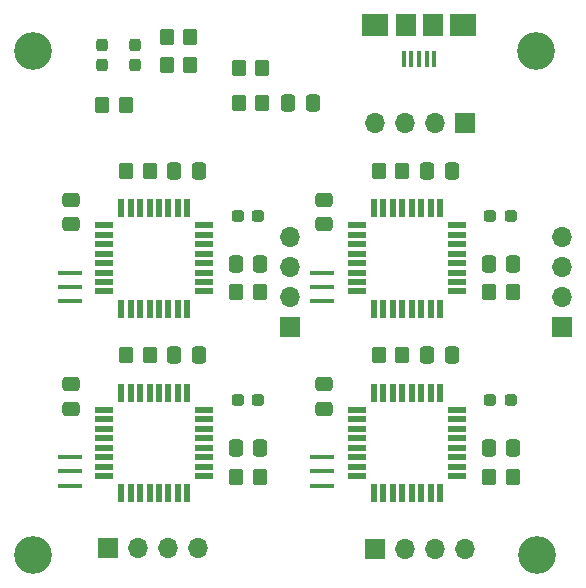
<source format=gbr>
%TF.GenerationSoftware,KiCad,Pcbnew,(6.0.4)*%
%TF.CreationDate,2022-03-26T16:13:01+01:00*%
%TF.ProjectId,Duino Coin,4475696e-6f20-4436-9f69-6e2e6b696361,rev?*%
%TF.SameCoordinates,Original*%
%TF.FileFunction,Soldermask,Top*%
%TF.FilePolarity,Negative*%
%FSLAX46Y46*%
G04 Gerber Fmt 4.6, Leading zero omitted, Abs format (unit mm)*
G04 Created by KiCad (PCBNEW (6.0.4)) date 2022-03-26 16:13:01*
%MOMM*%
%LPD*%
G01*
G04 APERTURE LIST*
G04 Aperture macros list*
%AMRoundRect*
0 Rectangle with rounded corners*
0 $1 Rounding radius*
0 $2 $3 $4 $5 $6 $7 $8 $9 X,Y pos of 4 corners*
0 Add a 4 corners polygon primitive as box body*
4,1,4,$2,$3,$4,$5,$6,$7,$8,$9,$2,$3,0*
0 Add four circle primitives for the rounded corners*
1,1,$1+$1,$2,$3*
1,1,$1+$1,$4,$5*
1,1,$1+$1,$6,$7*
1,1,$1+$1,$8,$9*
0 Add four rect primitives between the rounded corners*
20,1,$1+$1,$2,$3,$4,$5,0*
20,1,$1+$1,$4,$5,$6,$7,0*
20,1,$1+$1,$6,$7,$8,$9,0*
20,1,$1+$1,$8,$9,$2,$3,0*%
G04 Aperture macros list end*
%ADD10RoundRect,0.250000X0.337500X0.475000X-0.337500X0.475000X-0.337500X-0.475000X0.337500X-0.475000X0*%
%ADD11RoundRect,0.250000X0.475000X-0.337500X0.475000X0.337500X-0.475000X0.337500X-0.475000X-0.337500X0*%
%ADD12RoundRect,0.250000X-0.337500X-0.475000X0.337500X-0.475000X0.337500X0.475000X-0.337500X0.475000X0*%
%ADD13RoundRect,0.237500X0.287500X0.237500X-0.287500X0.237500X-0.287500X-0.237500X0.287500X-0.237500X0*%
%ADD14RoundRect,0.237500X0.237500X-0.287500X0.237500X0.287500X-0.237500X0.287500X-0.237500X-0.287500X0*%
%ADD15R,1.500000X0.600000*%
%ADD16R,0.600000X1.500000*%
%ADD17R,0.400000X1.400000*%
%ADD18R,2.300000X1.900000*%
%ADD19R,1.800000X1.900000*%
%ADD20RoundRect,0.250000X-0.350000X-0.450000X0.350000X-0.450000X0.350000X0.450000X-0.350000X0.450000X0*%
%ADD21RoundRect,0.250000X0.350000X0.450000X-0.350000X0.450000X-0.350000X-0.450000X0.350000X-0.450000X0*%
%ADD22R,2.000000X0.400000*%
%ADD23C,3.200000*%
%ADD24R,1.700000X1.700000*%
%ADD25O,1.700000X1.700000*%
G04 APERTURE END LIST*
D10*
%TO.C,C6*%
X167720000Y-119408000D03*
X165645000Y-119408000D03*
%TD*%
%TO.C,C7*%
X189119500Y-119408000D03*
X187044500Y-119408000D03*
%TD*%
%TO.C,C8*%
X167725000Y-103787000D03*
X165650000Y-103787000D03*
%TD*%
%TO.C,C9*%
X189119500Y-103787000D03*
X187044500Y-103787000D03*
%TD*%
D11*
%TO.C,C10*%
X156903500Y-123938000D03*
X156903500Y-121863000D03*
%TD*%
%TO.C,C11*%
X178303000Y-123938000D03*
X178303000Y-121863000D03*
%TD*%
%TO.C,C12*%
X156903500Y-108317000D03*
X156903500Y-106242000D03*
%TD*%
%TO.C,C13*%
X178303000Y-108317000D03*
X178303000Y-106242000D03*
%TD*%
D12*
%TO.C,C14*%
X170852000Y-127282000D03*
X172927000Y-127282000D03*
%TD*%
%TO.C,C15*%
X192251500Y-127282000D03*
X194326500Y-127282000D03*
%TD*%
%TO.C,C16*%
X170852000Y-111661000D03*
X172927000Y-111661000D03*
%TD*%
%TO.C,C17*%
X192251500Y-111661000D03*
X194326500Y-111661000D03*
%TD*%
D10*
%TO.C,C19*%
X177377000Y-98044000D03*
X175302000Y-98044000D03*
%TD*%
D13*
%TO.C,D9*%
X172764500Y-123218000D03*
X171014500Y-123218000D03*
%TD*%
%TO.C,D10*%
X194164000Y-123218000D03*
X192414000Y-123218000D03*
%TD*%
%TO.C,D11*%
X172764500Y-107597000D03*
X171014500Y-107597000D03*
%TD*%
%TO.C,D12*%
X194164000Y-107597000D03*
X192414000Y-107597000D03*
%TD*%
D14*
%TO.C,D13*%
X162306000Y-94855000D03*
X162306000Y-93105000D03*
%TD*%
%TO.C,D17*%
X159512000Y-94855000D03*
X159512000Y-93105000D03*
%TD*%
D15*
%TO.C,IC1*%
X159702000Y-124037500D03*
X159702000Y-124837500D03*
X159702000Y-125637500D03*
X159702000Y-126437500D03*
X159702000Y-127237500D03*
X159702000Y-128037500D03*
X159702000Y-128837500D03*
X159702000Y-129637500D03*
D16*
X161152000Y-131087500D03*
X161952000Y-131087500D03*
X162752000Y-131087500D03*
X163552000Y-131087500D03*
X164352000Y-131087500D03*
X165152000Y-131087500D03*
X165952000Y-131087500D03*
X166752000Y-131087500D03*
D15*
X168202000Y-129637500D03*
X168202000Y-128837500D03*
X168202000Y-128037500D03*
X168202000Y-127237500D03*
X168202000Y-126437500D03*
X168202000Y-125637500D03*
X168202000Y-124837500D03*
X168202000Y-124037500D03*
D16*
X166752000Y-122587500D03*
X165952000Y-122587500D03*
X165152000Y-122587500D03*
X164352000Y-122587500D03*
X163552000Y-122587500D03*
X162752000Y-122587500D03*
X161952000Y-122587500D03*
X161152000Y-122587500D03*
%TD*%
D15*
%TO.C,IC2*%
X181101500Y-124037500D03*
X181101500Y-124837500D03*
X181101500Y-125637500D03*
X181101500Y-126437500D03*
X181101500Y-127237500D03*
X181101500Y-128037500D03*
X181101500Y-128837500D03*
X181101500Y-129637500D03*
D16*
X182551500Y-131087500D03*
X183351500Y-131087500D03*
X184151500Y-131087500D03*
X184951500Y-131087500D03*
X185751500Y-131087500D03*
X186551500Y-131087500D03*
X187351500Y-131087500D03*
X188151500Y-131087500D03*
D15*
X189601500Y-129637500D03*
X189601500Y-128837500D03*
X189601500Y-128037500D03*
X189601500Y-127237500D03*
X189601500Y-126437500D03*
X189601500Y-125637500D03*
X189601500Y-124837500D03*
X189601500Y-124037500D03*
D16*
X188151500Y-122587500D03*
X187351500Y-122587500D03*
X186551500Y-122587500D03*
X185751500Y-122587500D03*
X184951500Y-122587500D03*
X184151500Y-122587500D03*
X183351500Y-122587500D03*
X182551500Y-122587500D03*
%TD*%
D15*
%TO.C,IC4*%
X181101500Y-108416500D03*
X181101500Y-109216500D03*
X181101500Y-110016500D03*
X181101500Y-110816500D03*
X181101500Y-111616500D03*
X181101500Y-112416500D03*
X181101500Y-113216500D03*
X181101500Y-114016500D03*
D16*
X182551500Y-115466500D03*
X183351500Y-115466500D03*
X184151500Y-115466500D03*
X184951500Y-115466500D03*
X185751500Y-115466500D03*
X186551500Y-115466500D03*
X187351500Y-115466500D03*
X188151500Y-115466500D03*
D15*
X189601500Y-114016500D03*
X189601500Y-113216500D03*
X189601500Y-112416500D03*
X189601500Y-111616500D03*
X189601500Y-110816500D03*
X189601500Y-110016500D03*
X189601500Y-109216500D03*
X189601500Y-108416500D03*
D16*
X188151500Y-106966500D03*
X187351500Y-106966500D03*
X186551500Y-106966500D03*
X185751500Y-106966500D03*
X184951500Y-106966500D03*
X184151500Y-106966500D03*
X183351500Y-106966500D03*
X182551500Y-106966500D03*
%TD*%
D17*
%TO.C,J1*%
X187672500Y-94323500D03*
X187022500Y-94323500D03*
X186372500Y-94323500D03*
X185722500Y-94323500D03*
X185072500Y-94323500D03*
D18*
X190122500Y-91473500D03*
D19*
X185222500Y-91473500D03*
D18*
X182622500Y-91473500D03*
D19*
X187522500Y-91473500D03*
%TD*%
D20*
%TO.C,R17*%
X161555000Y-119408000D03*
X163555000Y-119408000D03*
%TD*%
%TO.C,R18*%
X182954500Y-119408000D03*
X184954500Y-119408000D03*
%TD*%
%TO.C,R19*%
X161555000Y-103787000D03*
X163555000Y-103787000D03*
%TD*%
%TO.C,R20*%
X182954500Y-103787000D03*
X184954500Y-103787000D03*
%TD*%
D21*
%TO.C,R21*%
X172889500Y-129695000D03*
X170889500Y-129695000D03*
%TD*%
%TO.C,R22*%
X194289000Y-129695000D03*
X192289000Y-129695000D03*
%TD*%
%TO.C,R23*%
X172889500Y-114074000D03*
X170889500Y-114074000D03*
%TD*%
%TO.C,R24*%
X194289000Y-114074000D03*
X192289000Y-114074000D03*
%TD*%
%TO.C,R25*%
X173085000Y-95123000D03*
X171085000Y-95123000D03*
%TD*%
D20*
%TO.C,R26*%
X171085000Y-98044000D03*
X173085000Y-98044000D03*
%TD*%
%TO.C,R27*%
X164989000Y-94869000D03*
X166989000Y-94869000D03*
%TD*%
%TO.C,R28*%
X164989000Y-92456000D03*
X166989000Y-92456000D03*
%TD*%
%TO.C,R30*%
X159528000Y-98234500D03*
X161528000Y-98234500D03*
%TD*%
D22*
%TO.C,Y1*%
X156776500Y-128050500D03*
X156776500Y-129250500D03*
X156776500Y-130450500D03*
%TD*%
%TO.C,Y2*%
X178176000Y-128050500D03*
X178176000Y-129250500D03*
X178176000Y-130450500D03*
%TD*%
%TO.C,Y3*%
X156776500Y-112429500D03*
X156776500Y-113629500D03*
X156776500Y-114829500D03*
%TD*%
%TO.C,Y4*%
X178176000Y-112429500D03*
X178176000Y-113629500D03*
X178176000Y-114829500D03*
%TD*%
D23*
%TO.C,H1*%
X196342000Y-136334500D03*
%TD*%
%TO.C,H2*%
X153670000Y-136334500D03*
%TD*%
%TO.C,H3*%
X153670000Y-93662500D03*
%TD*%
%TO.C,H4*%
X196278500Y-93662500D03*
%TD*%
D15*
%TO.C,IC3*%
X159702000Y-108416500D03*
X159702000Y-109216500D03*
X159702000Y-110016500D03*
X159702000Y-110816500D03*
X159702000Y-111616500D03*
X159702000Y-112416500D03*
X159702000Y-113216500D03*
X159702000Y-114016500D03*
D16*
X161152000Y-115466500D03*
X161952000Y-115466500D03*
X162752000Y-115466500D03*
X163552000Y-115466500D03*
X164352000Y-115466500D03*
X165152000Y-115466500D03*
X165952000Y-115466500D03*
X166752000Y-115466500D03*
D15*
X168202000Y-114016500D03*
X168202000Y-113216500D03*
X168202000Y-112416500D03*
X168202000Y-111616500D03*
X168202000Y-110816500D03*
X168202000Y-110016500D03*
X168202000Y-109216500D03*
X168202000Y-108416500D03*
D16*
X166752000Y-106966500D03*
X165952000Y-106966500D03*
X165152000Y-106966500D03*
X164352000Y-106966500D03*
X163552000Y-106966500D03*
X162752000Y-106966500D03*
X161952000Y-106966500D03*
X161152000Y-106966500D03*
%TD*%
D24*
%TO.C,J2*%
X198450200Y-117043200D03*
D25*
X198450200Y-114503200D03*
X198450200Y-111963200D03*
X198450200Y-109423200D03*
%TD*%
D24*
%TO.C,J3*%
X182664100Y-135801100D03*
D25*
X185204100Y-135801100D03*
X187744100Y-135801100D03*
X190284100Y-135801100D03*
%TD*%
D24*
%TO.C,J5*%
X160020000Y-135775700D03*
D25*
X162560000Y-135775700D03*
X165100000Y-135775700D03*
X167640000Y-135775700D03*
%TD*%
D24*
%TO.C,J6*%
X175417480Y-117012720D03*
D25*
X175417480Y-114472720D03*
X175417480Y-111932720D03*
X175417480Y-109392720D03*
%TD*%
D24*
%TO.C,J4*%
X190296800Y-99771200D03*
D25*
X187756800Y-99771200D03*
X185216800Y-99771200D03*
X182676800Y-99771200D03*
%TD*%
M02*

</source>
